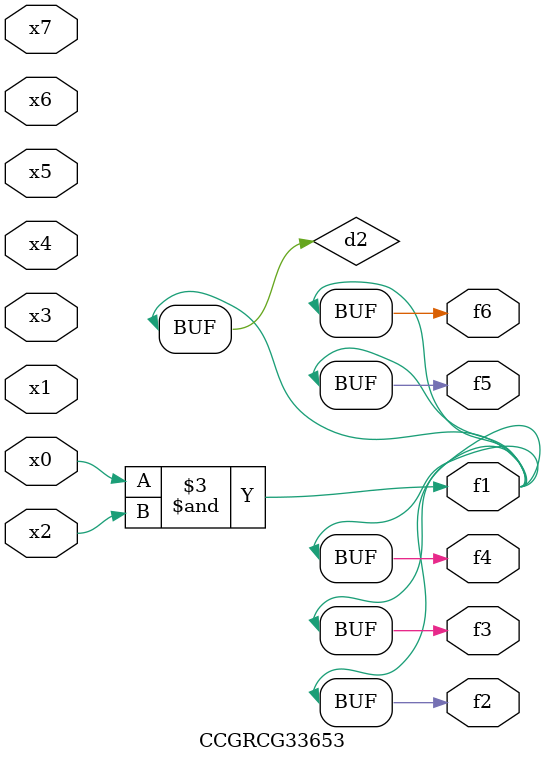
<source format=v>
module CCGRCG33653(
	input x0, x1, x2, x3, x4, x5, x6, x7,
	output f1, f2, f3, f4, f5, f6
);

	wire d1, d2;

	nor (d1, x3, x6);
	and (d2, x0, x2);
	assign f1 = d2;
	assign f2 = d2;
	assign f3 = d2;
	assign f4 = d2;
	assign f5 = d2;
	assign f6 = d2;
endmodule

</source>
